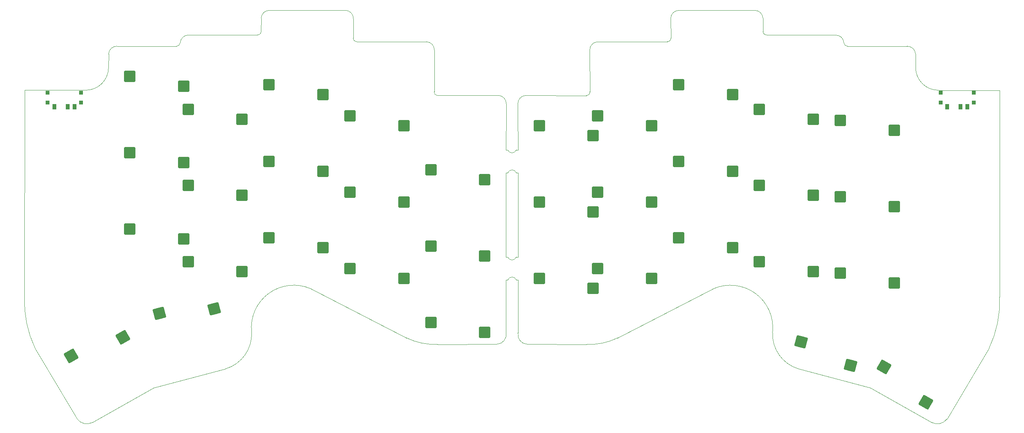
<source format=gbr>
%TF.GenerationSoftware,KiCad,Pcbnew,(6.0.6)*%
%TF.CreationDate,2022-12-06T20:45:46-06:00*%
%TF.ProjectId,roadrunner,726f6164-7275-46e6-9e65-722e6b696361,rev?*%
%TF.SameCoordinates,Original*%
%TF.FileFunction,Paste,Bot*%
%TF.FilePolarity,Positive*%
%FSLAX46Y46*%
G04 Gerber Fmt 4.6, Leading zero omitted, Abs format (unit mm)*
G04 Created by KiCad (PCBNEW (6.0.6)) date 2022-12-06 20:45:46*
%MOMM*%
%LPD*%
G01*
G04 APERTURE LIST*
G04 Aperture macros list*
%AMRoundRect*
0 Rectangle with rounded corners*
0 $1 Rounding radius*
0 $2 $3 $4 $5 $6 $7 $8 $9 X,Y pos of 4 corners*
0 Add a 4 corners polygon primitive as box body*
4,1,4,$2,$3,$4,$5,$6,$7,$8,$9,$2,$3,0*
0 Add four circle primitives for the rounded corners*
1,1,$1+$1,$2,$3*
1,1,$1+$1,$4,$5*
1,1,$1+$1,$6,$7*
1,1,$1+$1,$8,$9*
0 Add four rect primitives between the rounded corners*
20,1,$1+$1,$2,$3,$4,$5,0*
20,1,$1+$1,$4,$5,$6,$7,0*
20,1,$1+$1,$6,$7,$8,$9,0*
20,1,$1+$1,$8,$9,$2,$3,0*%
G04 Aperture macros list end*
%TA.AperFunction,Profile*%
%ADD10C,0.050000*%
%TD*%
%TA.AperFunction,Profile*%
%ADD11C,0.100000*%
%TD*%
%ADD12RoundRect,0.250000X1.025000X1.000000X-1.025000X1.000000X-1.025000X-1.000000X1.025000X-1.000000X0*%
%ADD13RoundRect,0.250000X1.248893X0.700636X-0.731255X1.231215X-1.248893X-0.700636X0.731255X-1.231215X0*%
%ADD14RoundRect,0.250000X-1.025000X-1.000000X1.025000X-1.000000X1.025000X1.000000X-1.025000X1.000000X0*%
%ADD15RoundRect,0.250000X1.387676X0.353525X-0.387676X1.378525X-1.387676X-0.353525X0.387676X-1.378525X0*%
%ADD16RoundRect,0.250000X-0.387676X-1.378525X1.387676X-0.353525X0.387676X1.378525X-1.387676X0.353525X0*%
%ADD17RoundRect,0.250000X-0.731255X-1.231215X1.248893X-0.700636X0.731255X1.231215X-1.248893X0.700636X0*%
%ADD18R,0.900000X0.900000*%
%ADD19R,0.900000X1.250000*%
G04 APERTURE END LIST*
D10*
X150611500Y-64798000D02*
X150222000Y-64798000D01*
D11*
X241367578Y-38328123D02*
X241388045Y-41395419D01*
X231322000Y-112706000D02*
X215352000Y-108516000D01*
X186138747Y-35580174D02*
G75*
G03*
X186908747Y-34743691I-16547J787874D01*
G01*
X209541976Y-100305999D02*
G75*
G03*
X215352000Y-108516000I8093824J-433001D01*
G01*
X225425522Y-35841152D02*
G75*
G03*
X226262000Y-36596000I833778J83052D01*
G01*
X168888600Y-46747500D02*
X168857152Y-37466000D01*
X244952000Y-120456000D02*
X231322000Y-112706000D01*
X134990000Y-103040000D02*
X148180000Y-103020000D01*
X97606622Y-28585523D02*
X114514848Y-28586476D01*
D10*
X241388099Y-41395418D02*
G75*
G03*
X246505730Y-46396000I5059101J58518D01*
G01*
D11*
X97606621Y-28585544D02*
G75*
G03*
X95726622Y-30325523I-56621J-1824456D01*
G01*
X168118601Y-47584025D02*
G75*
G03*
X168888600Y-46747500I-16601J787925D01*
G01*
X208255905Y-34084254D02*
X223545524Y-34101152D01*
D10*
X43042001Y-92484000D02*
G75*
G03*
X45410000Y-103940000I24422759J-924460D01*
G01*
X152516499Y-64798001D02*
G75*
G03*
X150611501Y-64798000I-952499J-380999D01*
G01*
X56626270Y-46390005D02*
G75*
G03*
X61743955Y-41389419I58550J5059135D01*
G01*
D11*
X76870000Y-36589998D02*
G75*
G03*
X77706476Y-35835152I2700J837898D01*
G01*
X152861397Y-49422011D02*
X152856055Y-51234702D01*
D10*
X257722001Y-103946000D02*
G75*
G03*
X260090000Y-92490000I-22054761J10531540D01*
G01*
D11*
X116223260Y-34737691D02*
G75*
G03*
X116993253Y-35574167I786540J-48609D01*
G01*
D10*
X56626270Y-46390000D02*
X43056000Y-46390000D01*
D11*
X87780000Y-108510000D02*
X71810000Y-112700000D01*
X168142000Y-103045995D02*
G75*
G03*
X175042000Y-101616000I685800J14052795D01*
G01*
X63644421Y-36582144D02*
G75*
G03*
X61764422Y-38322123I-56621J-1824456D01*
G01*
X79586478Y-34095099D02*
G75*
G03*
X77706476Y-35835152I-56578J-1824501D01*
G01*
X134274827Y-37460000D02*
G75*
G03*
X132534848Y-35596476I-1824427J40600D01*
G01*
X79586476Y-34095152D02*
X94876095Y-34078254D01*
D10*
X152894493Y-100501022D02*
X152910000Y-88680000D01*
X248372000Y-119676000D02*
X257722000Y-103946000D01*
X152770500Y-88674000D02*
X152516500Y-88674000D01*
D11*
X134243449Y-46741503D02*
G75*
G03*
X135013400Y-47577976I786551J-48597D01*
G01*
X128090000Y-101610000D02*
X106780000Y-90650000D01*
X94876096Y-34078245D02*
G75*
G03*
X95712571Y-33308254I48604J786545D01*
G01*
X134274848Y-37460000D02*
X134243400Y-46741500D01*
X225425471Y-35841154D02*
G75*
G03*
X223545524Y-34101152I-1823371J-84446D01*
G01*
D10*
X152834000Y-59718000D02*
X152516500Y-59718000D01*
D11*
X150270519Y-49416009D02*
G75*
G03*
X148530603Y-47552487I-1824419J40609D01*
G01*
D10*
X152910000Y-59724000D02*
X152856055Y-51234702D01*
D11*
X186908747Y-34743691D02*
X186877152Y-30472476D01*
D10*
X152910000Y-88680000D02*
X152770500Y-88674000D01*
D11*
X207405378Y-30331523D02*
X207419429Y-33314254D01*
X207405399Y-30331522D02*
G75*
G03*
X205525378Y-28591523I-1823399J-84478D01*
G01*
D10*
X152910000Y-59724000D02*
X152834000Y-59718000D01*
X150611500Y-88674000D02*
X150222000Y-88674000D01*
X152834000Y-64798000D02*
X152516500Y-64798000D01*
D11*
X148180000Y-103019994D02*
G75*
G03*
X150237507Y-100495022I-66900J2155294D01*
G01*
X244952000Y-120456000D02*
G75*
G03*
X248372000Y-119676000I1262800J2350800D01*
G01*
X170597151Y-35602455D02*
G75*
G03*
X168857152Y-37466000I84449J-1822945D01*
G01*
X188617154Y-28592529D02*
G75*
G03*
X186877152Y-30472476I84446J-1823371D01*
G01*
D10*
X260076000Y-46396000D02*
X246505730Y-46396000D01*
D11*
X76870000Y-36590000D02*
X63644422Y-36582123D01*
X154601397Y-47558487D02*
X168118600Y-47583976D01*
D10*
X150222000Y-64798000D02*
X150222000Y-83594000D01*
D11*
X54760000Y-119670000D02*
G75*
G03*
X58180000Y-120450000I2157200J1570800D01*
G01*
X209542081Y-100306009D02*
G75*
G03*
X196352000Y-90656000I-9397181J994909D01*
G01*
D10*
X150611501Y-83593999D02*
G75*
G03*
X152516499Y-83594000I952499J380999D01*
G01*
X150275945Y-51228702D02*
X150222000Y-59718000D01*
D11*
X239487578Y-36588123D02*
X226262000Y-36596000D01*
X116254901Y-30466478D02*
G75*
G03*
X114514848Y-28586476I-1824501J56578D01*
G01*
D10*
X150222000Y-88674000D02*
X150237507Y-100495022D01*
X150611501Y-59717999D02*
G75*
G03*
X152516499Y-59718000I952499J380999D01*
G01*
X152910000Y-83600000D02*
X152910000Y-64804000D01*
X43056000Y-46390000D02*
X43042000Y-92484000D01*
D11*
X116993253Y-35574167D02*
X132534848Y-35596476D01*
X106780002Y-90649995D02*
G75*
G03*
X93590000Y-100300000I-3792862J-8655075D01*
G01*
D10*
X150611500Y-83594000D02*
X150222000Y-83594000D01*
D11*
X188617152Y-28592476D02*
X205525378Y-28591523D01*
X61743955Y-41389419D02*
X61764422Y-38322123D01*
X241367599Y-38328122D02*
G75*
G03*
X239487578Y-36588123I-1823399J-84478D01*
G01*
D10*
X152910000Y-64804000D02*
X152834000Y-64798000D01*
D11*
X154952000Y-103026000D02*
X168142000Y-103046000D01*
D10*
X260090000Y-92490000D02*
X260076000Y-46396000D01*
D11*
X154601393Y-47558403D02*
G75*
G03*
X152861397Y-49422011I84507J-1822997D01*
G01*
X116254848Y-30466476D02*
X116223253Y-34737691D01*
X135013400Y-47577976D02*
X148530603Y-47552487D01*
X207419420Y-33314254D02*
G75*
G03*
X208255905Y-34084254I787880J16554D01*
G01*
X150275945Y-51228702D02*
X150270603Y-49416011D01*
X87779993Y-108509977D02*
G75*
G03*
X93590000Y-100300000I-2283793J7776977D01*
G01*
X196352000Y-90656000D02*
X175042000Y-101616000D01*
D10*
X152834000Y-83594000D02*
X152516500Y-83594000D01*
D11*
X128090007Y-101609986D02*
G75*
G03*
X134990000Y-103040000I6214193J12622586D01*
G01*
D10*
X45410000Y-103940000D02*
X54760000Y-119670000D01*
D11*
X95712571Y-33308254D02*
X95726622Y-30325523D01*
X71810000Y-112700000D02*
X58180000Y-120450000D01*
D10*
X152516499Y-88674001D02*
G75*
G03*
X150611501Y-88674000I-952499J-380999D01*
G01*
X150611500Y-59718000D02*
X150222000Y-59718000D01*
X152910000Y-83600000D02*
X152834000Y-83594000D01*
D11*
X170597152Y-35602476D02*
X186138747Y-35580167D01*
X152894487Y-100501021D02*
G75*
G03*
X154952000Y-103026000I2124413J-369679D01*
G01*
D12*
%TO.C,SW8_r1*%
X109450000Y-64448000D03*
X97450000Y-62248000D03*
%TD*%
%TO.C,SW6_r1*%
X145494000Y-83332000D03*
X133494000Y-81132000D03*
%TD*%
D13*
%TO.C,SW16*%
X226915826Y-107733422D03*
X215894118Y-102502556D03*
%TD*%
D12*
%TO.C,SW12*%
X182618000Y-88324000D03*
X170618000Y-86124000D03*
%TD*%
%TO.C,SW9_r1*%
X91462000Y-69782000D03*
X79462000Y-67582000D03*
%TD*%
%TO.C,SW12_r1*%
X115476000Y-86124000D03*
X127476000Y-88324000D03*
%TD*%
%TO.C,SW14_r1*%
X91462000Y-86800000D03*
X79462000Y-84600000D03*
%TD*%
%TO.C,SW2_r1*%
X127476000Y-54332000D03*
X115476000Y-52132000D03*
%TD*%
%TO.C,SW7_r1*%
X127476000Y-71306000D03*
X115476000Y-69106000D03*
%TD*%
D14*
%TO.C,SW10_r1*%
X66448000Y-60322000D03*
X78448000Y-62522000D03*
%TD*%
D12*
%TO.C,SW4*%
X218618000Y-52832000D03*
X206618000Y-50632000D03*
%TD*%
%TO.C,SW10*%
X236598000Y-72322000D03*
X224598000Y-70122000D03*
%TD*%
%TO.C,SW9*%
X218618000Y-69782000D03*
X206618000Y-67582000D03*
%TD*%
%TO.C,SW2*%
X182618000Y-54332000D03*
X170618000Y-52132000D03*
%TD*%
D15*
%TO.C,SW17*%
X243679089Y-115978152D03*
X234386784Y-108072897D03*
%TD*%
D16*
%TO.C,SW17_r1*%
X53448911Y-105585848D03*
X64941216Y-101491103D03*
%TD*%
D12*
%TO.C,SW1_r1*%
X145494000Y-66332000D03*
X133494000Y-64132000D03*
%TD*%
D14*
%TO.C,SW6*%
X157618000Y-71332000D03*
X169618000Y-73532000D03*
%TD*%
D12*
%TO.C,SW14*%
X218618000Y-86800000D03*
X206618000Y-84600000D03*
%TD*%
%TO.C,SW15*%
X236598000Y-89340000D03*
X224598000Y-87140000D03*
%TD*%
D14*
%TO.C,SW1*%
X157618000Y-54332000D03*
X169618000Y-56532000D03*
%TD*%
%TO.C,SW5_r1*%
X66448000Y-43332000D03*
X78448000Y-45532000D03*
%TD*%
D12*
%TO.C,SW8*%
X200618000Y-64448000D03*
X188618000Y-62248000D03*
%TD*%
%TO.C,SW7*%
X182618000Y-71306000D03*
X170618000Y-69106000D03*
%TD*%
%TO.C,SW13_r1*%
X109450000Y-81466000D03*
X97450000Y-79266000D03*
%TD*%
D17*
%TO.C,SW16_r1*%
X73106345Y-96142312D03*
X85266857Y-95161520D03*
%TD*%
D12*
%TO.C,SW5*%
X236618000Y-55332000D03*
X224618000Y-53132000D03*
%TD*%
%TO.C,SW4_r1*%
X91462000Y-52832000D03*
X79462000Y-50632000D03*
%TD*%
%TO.C,SW3*%
X200618000Y-47332000D03*
X188618000Y-45132000D03*
%TD*%
D14*
%TO.C,SW11*%
X157618000Y-88332000D03*
X169618000Y-90532000D03*
%TD*%
D12*
%TO.C,SW3_r1*%
X109450000Y-47332000D03*
X97450000Y-45132000D03*
%TD*%
%TO.C,SW13*%
X200618000Y-81466000D03*
X188618000Y-79266000D03*
%TD*%
D14*
%TO.C,SW15_r1*%
X66448000Y-77340000D03*
X78448000Y-79540000D03*
%TD*%
D12*
%TO.C,SW11_r1*%
X145494000Y-100332000D03*
X133494000Y-98132000D03*
%TD*%
D18*
%TO.C,SW_POWER1*%
X254352000Y-49140000D03*
X254352000Y-46940000D03*
X246952000Y-46940000D03*
X246952000Y-49140000D03*
D19*
X248402000Y-50115000D03*
X251402000Y-50115000D03*
X252902000Y-50115000D03*
%TD*%
D18*
%TO.C,SW_POWERR1*%
X48212000Y-46934000D03*
X48212000Y-49134000D03*
X55612000Y-49134000D03*
X55612000Y-46934000D03*
D19*
X49662000Y-50109000D03*
X52662000Y-50109000D03*
X54162000Y-50109000D03*
%TD*%
M02*

</source>
